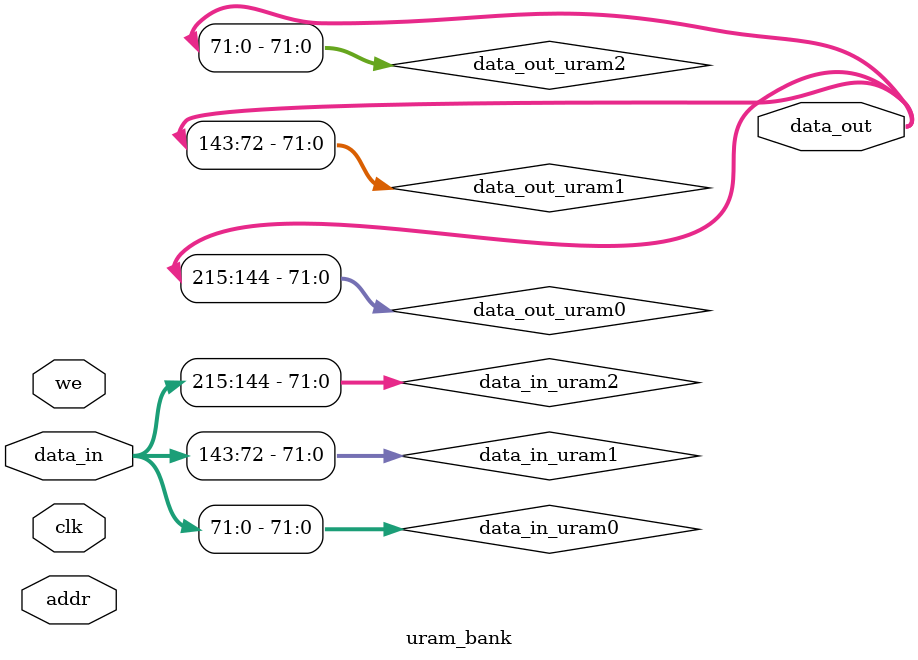
<source format=v>

module uram_bank # (
    parameter DATA_WIDTH = 216,
    parameter ADDR_WIDTH = 12
)(
    input clk,
    input [ADDR_WIDTH-1:0] addr,
    input [DATA_WIDTH-1:0] data_in,      
    output [DATA_WIDTH-1:0] data_out,     
    input we                     // Write enable
);
    
    // Split the 216-bit input into three 72-bit inputs
    wire [71:0] data_in_uram0 = data_in[71:0];
    wire [71:0] data_in_uram1 = data_in[143:72];
    wire [71:0] data_in_uram2 = data_in[215:144];
    
    // Outputs from each BRAM
    wire [71:0] data_out_uram0;
    wire [71:0] data_out_uram1;
    wire [71:0] data_out_uram2;

    // Combine the 72-bit outputs into one 216-bit output
    assign data_out = {data_out_uram0, data_out_uram1, data_out_uram2};

    // Instantiate three URAMs
    uram_unit #(.DATA_WIDTH(72), .ADDR_WIDTH(ADDR_WIDTH)) uram0 (
        .clk(clk),
        .addr(addr),
        .data_in(data_in_bram0),
        .data_out(data_out_bram0),
        .we(we)
    );
    
    uram_unit #(.DATA_WIDTH(72), .ADDR_WIDTH(ADDR_WIDTH)) uram1 (
        .clk(clk),
        .addr(addr),
        .data_in(data_in_bram0),
        .data_out(data_out_bram0),
        .we(we)
    );

    uram_unit #(.DATA_WIDTH(72), .ADDR_WIDTH(ADDR_WIDTH)) uram2 (
        .clk(clk),
        .addr(addr),
        .data_in(data_in_bram0),
        .data_out(data_out_bram0),
        .we(we)
    );
  
endmodule
</source>
